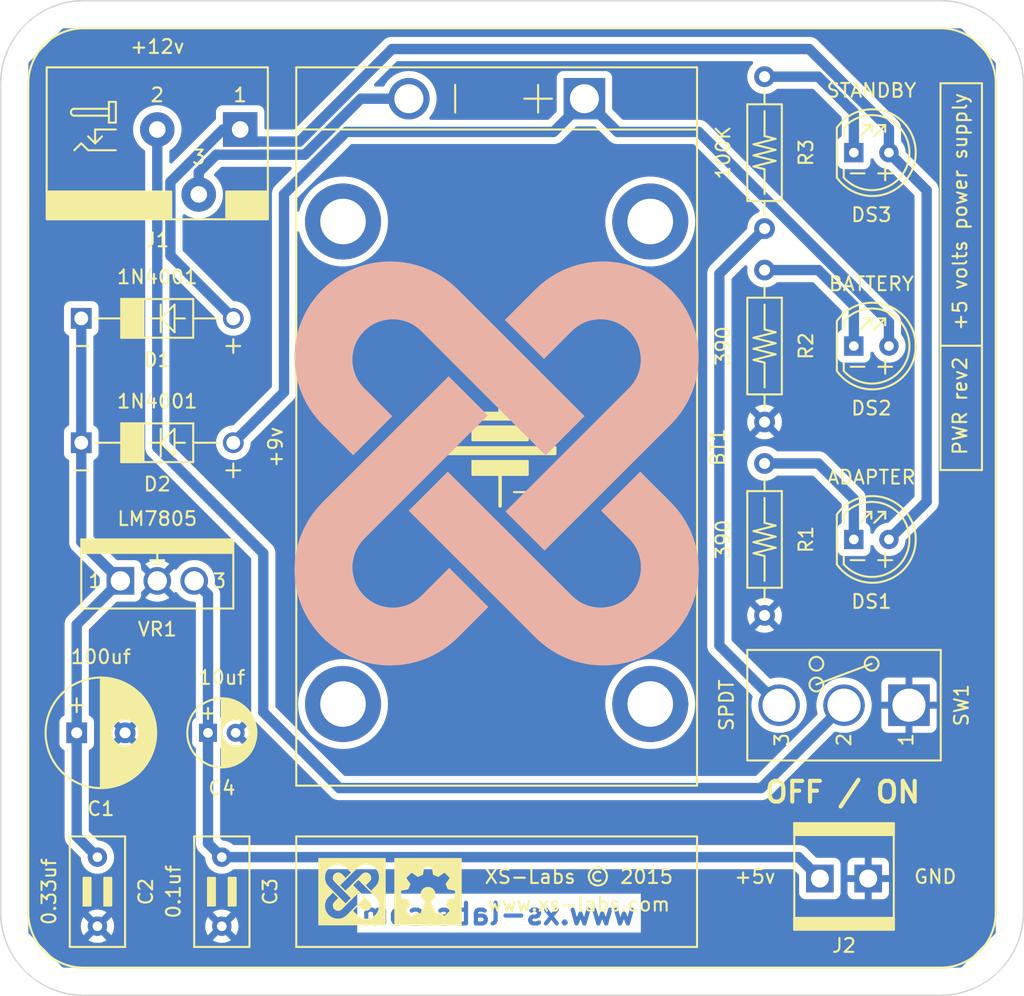
<source format=kicad_pcb>
(kicad_pcb (version 20221018) (generator pcbnew)
  (title_block (title "PWR") (date "2015-10-10") (rev "2") (company "XS-Labs"))
  (layers (0 "F.Cu" signal) (31 "B.Cu" signal) (34 "B.Paste" user) (35 "F.Paste" user) (36 "B.SilkS" user "B.Silkscreen") (37 "F.SilkS" user "F.Silkscreen") (38 "B.Mask" user) (39 "F.Mask" user) (44 "Edge.Cuts" user))
  (net 0 "")
  (net 1 "Net-(BT1-+)")
  (net 2 "Net-(BT1--)")
  (net 3 "Net-(D1-K)")
  (net 4 "GND")
  (net 5 "Net-(J2-Pin_1)")
  (net 6 "Net-(D1-A)")
  (net 7 "Net-(DS1-K)")
  (net 8 "Net-(DS2-K)")
  (net 9 "Net-(DS3-K)")
  (net 10 "Net-(SW1-B)")
  (net 11 "Net-(SW1-C)")
  (footprint "XS:Switch-SPDT-NKK-Series-M" (layer "F.Cu") (at 172.02 120 90)
    (fp_text reference "SW1" (at 0 8.5 90) (layer "F.SilkS"))
    (fp_text value "SPDT" (at 0 -8.5 90) (layer "F.SilkS"))
    (fp_text user "3" (at -2.5 -4.5 90) (layer "F.SilkS"))
    (fp_text user "1" (at -2.5 4.5 90) (layer "F.SilkS"))
    (fp_text user "2" (at -2.5 0 90) (layer "F.SilkS"))
    (pad "1" thru_hole rect (at 0 4.7 90) (size 3 3) (drill oval 2.4) (layers "*.Cu" "*.Mask") (net 4 "GND"))
    (pad "2" thru_hole circle (at 0 0 90) (size 3 3) (drill 2.4) (layers "*.Cu" "*.Mask") (net 10 "Net-(SW1-B)"))
    (pad "3" thru_hole circle (at 0 -4.7 90) (size 3 3) (drill 2.4) (layers "*.Cu" "*.Mask") (net 11 "Net-(SW1-C)"))
  )
  (footprint "XS:Resistor-Ohmite-OD-Series" (layer "F.Cu") (at 166.27 108 -90)
    (fp_text reference "R1" (at 0 -3 -90) (layer "F.SilkS"))
    (fp_text value "390" (at 0 3 -90) (layer "F.SilkS"))
    (pad "1" thru_hole circle (at -5.5 0 270) (size 1.5 1.5) (drill 0.8) (layers "*.Cu" "*.Mask") (net 7 "Net-(DS1-K)"))
    (pad "2" thru_hole circle (at 5.5 0 270) (size 1.5 1.5) (drill 0.8) (layers "*.Cu" "*.Mask") (net 4 "GND"))
  )
  (footprint "XS:Plug-DC-Barrel-Jack-2.1mm-CUI-PJ-102AH" (layer "F.Cu") (at 122.33 78.325)
    (fp_text reference "J1" (at 0 8) (layer "F.SilkS"))
    (fp_text value "+12v" (at 0 -6) (layer "F.SilkS"))
    (fp_text user "2" (at 0 -2.5) (layer "F.SilkS"))
    (fp_text user "1" (at 6 -2.5) (layer "F.SilkS"))
    (fp_text user "3" (at 3 2) (layer "F.SilkS"))
    (pad "1" thru_hole rect (at 6 0) (size 2.5 2.5) (drill 1.2) (layers "*.Cu" "*.Mask") (net 6 "Net-(D1-A)"))
    (pad "2" thru_hole circle (at 0 0) (size 2.5 2.5) (drill 1.2) (layers "*.Cu" "*.Mask") (net 10 "Net-(SW1-B)"))
    (pad "3" thru_hole circle (at 3 4.7) (size 2.5 2.5) (drill 1.2) (layers "*.Cu" "*.Mask") (net 2 "Net-(BT1--)"))
  )
  (footprint "XS:Capacitor-Murata-RCE-K-5mm.step" (layer "F.Cu") (at 118 133.5 90)
    (fp_text reference "C2" (at 0 3.5 90) (layer "F.SilkS"))
    (fp_text value "0.33uf" (at 0 -3.5 90) (layer "F.SilkS"))
    (pad "1" thru_hole circle (at 2.5 0 90) (size 1.4 1.4) (drill 0.7) (layers "*.Cu" "*.Mask") (net 3 "Net-(D1-K)"))
    (pad "2" thru_hole circle (at -2.5 0 90) (size 1.4 1.4) (drill 0.7) (layers "*.Cu" "*.Mask") (net 4 "GND"))
  )
  (footprint "XS:Capacitor-Vishay-515D-8x11.5x3.5mm" (layer "F.Cu") (at 118.25 122)
    (fp_text reference "C1" (at 0 5.5) (layer "F.SilkS"))
    (fp_text value "100uf" (at 0 -5.5) (layer "F.SilkS"))
    (pad "1" thru_hole rect (at -1.75 0) (size 1.5 1.5) (drill 0.8) (layers "*.Cu" "*.Mask") (net 3 "Net-(D1-K)"))
    (pad "2" thru_hole circle (at 1.75 0) (size 1.5 1.5) (drill 0.8) (layers "*.Cu" "*.Mask") (net 4 "GND"))
  )
  (footprint "XS:Resistor-Ohmite-OD-Series" (layer "F.Cu") (at 166.27 94 -90)
    (fp_text reference "R2" (at 0 -3 -90) (layer "F.SilkS"))
    (fp_text value "390" (at 0 3 -90) (layer "F.SilkS"))
    (pad "1" thru_hole circle (at -5.5 0 270) (size 1.5 1.5) (drill 0.8) (layers "*.Cu" "*.Mask") (net 8 "Net-(DS2-K)"))
    (pad "2" thru_hole circle (at 5.5 0 270) (size 1.5 1.5) (drill 0.8) (layers "*.Cu" "*.Mask") (net 4 "GND"))
  )
  (footprint "XS:Logo-OSHW-5x5" (layer "F.Cu") (at 141.919808 133.5)
    (fp_text reference "G***" hide)
    (fp_text value "LOGO" hide)
  )
  (footprint "XS:Logo-XS-5x5" (layer "F.Cu") (at 136.419808 133.5)
    (fp_text reference "G***" hide)
    (fp_text value "LOGO" hide)
  )
  (footprint "XS:Diode-DO-41" (layer "F.Cu") (at 122.33 92)
    (fp_text reference "D1" (at 0 3) (layer "F.SilkS"))
    (fp_text value "1N4001" (at 0 -3) (layer "F.SilkS"))
    (pad "1" thru_hole rect (at -5.5 0) (size 1.5 1.5) (drill 1) (layers "*.Cu" "*.Mask") (net 3 "Net-(D1-K)"))
    (pad "2" thru_hole circle (at 5.5 0) (size 1.5 1.5) (drill 1) (layers "*.Cu" "*.Mask") (net 6 "Net-(D1-A)"))
  )
  (footprint "XS:Capacitor-Murata-RCE-K-5mm.step" (layer "F.Cu") (at 127 133.5 90)
    (fp_text reference "C3" (at 0 3.5 90) (layer "F.SilkS"))
    (fp_text value "0.1uf" (at 0 -3.5 90) (layer "F.SilkS"))
    (pad "1" thru_hole circle (at 2.5 0 90) (size 1.4 1.4) (drill 0.7) (layers "*.Cu" "*.Mask") (net 5 "Net-(J2-Pin_1)"))
    (pad "2" thru_hole circle (at -2.5 0 90) (size 1.4 1.4) (drill 0.7) (layers "*.Cu" "*.Mask") (net 4 "GND"))
  )
  (footprint "XS:Connector-Wurth-Terminal-Block-2P-3.5mm-691214110002" (layer "F.Cu") (at 172.02 132.39825)
    (fp_text reference "J2" (at 0 5) (layer "F.SilkS"))
    (fp_text value "~" hide)
    (pad "1" thru_hole rect (at -1.75 0.15) (size 2 2) (drill 1.3) (layers "*.Cu" "*.Mask") (net 5 "Net-(J2-Pin_1)"))
    (pad "2" thru_hole rect (at 1.75 0.15) (size 2 2) (drill 1.3) (layers "*.Cu" "*.Mask") (net 4 "GND"))
  )
  (footprint "XS:Battery-Keystone-1291-9v-Holder" (layer "F.Cu") (at 146.885 101.325 90)
    (fp_text reference "BT1" (at 0 16 90) (layer "F.SilkS"))
    (fp_text value "+9v" (at 0 -16 90) (layer "F.SilkS"))
    (pad "" np_thru_hole circle (at -18.59 -11.115 90) (size 5.5 5.5) (drill 3.3) (layers "F&B.Cu" "*.Mask"))
    (pad "" np_thru_hole circle (at -18.59 11.115 90) (size 5.5 5.5) (drill 3.3) (layers "F&B.Cu" "*.Mask"))
    (pad "" np_thru_hole circle (at 16.34 -11.115 90) (size 5.5 5.5) (drill 3.3) (layers "F&B.Cu" "*.Mask"))
    (pad "" np_thru_hole circle (at 16.34 11.115 90) (size 5.5 5.5) (drill 3.3) (layers "F&B.Cu" "*.Mask"))
    (pad "1" thru_hole rect (at 25.23 6.35 90) (size 3 3) (drill 2.1) (layers "*.Cu" "*.Mask") (net 1 "Net-(BT1-+)"))
    (pad "2" thru_hole circle (at 25.23 -6.35 90) (size 3 3) (drill 2.1) (layers "*.Cu" "*.Mask") (net 2 "Net-(BT1--)"))
  )
  (footprint "XS:Diode-DO-41" (layer "F.Cu") (at 122.33 101)
    (fp_text reference "D2" (at 0 3) (layer "F.SilkS"))
    (fp_text value "1N4001" (at 0 -3) (layer "F.SilkS"))
    (pad "1" thru_hole rect (at -5.5 0) (size 1.5 1.5) (drill 1) (layers "*.Cu" "*.Mask") (net 3 "Net-(D1-K)"))
    (pad "2" thru_hole circle (at 5.5 0) (size 1.5 1.5) (drill 1) (layers "*.Cu" "*.Mask") (net 1 "Net-(BT1-+)"))
  )
  (footprint "XS:Regulator-Failrchild-LM78XX-TO-220" (layer "F.Cu") (at 122.33 111)
    (fp_text reference "VR1" (at 0 3.5) (layer "F.SilkS"))
    (fp_text value "LM7805" (at 0 -4.5) (layer "F.SilkS"))
    (fp_text user "3" (at 4.5 0) (layer "F.SilkS"))
    (fp_text user "1" (at -4.5 0) (layer "F.SilkS"))
    (pad "1" thru_hole rect (at -2.67 0) (size 2 2) (drill oval 1.4) (layers "*.Cu" "*.Mask") (net 3 "Net-(D1-K)"))
    (pad "2" thru_hole circle (at 0 0) (size 2 2) (drill oval 1.4) (layers "*.Cu" "*.Mask") (net 4 "GND"))
    (pad "3" thru_hole circle (at 2.67 0) (size 2 2) (drill oval 1.4) (layers "*.Cu" "*.Mask") (net 5 "Net-(J2-Pin_1)"))
  )
  (footprint "XS:LED-T1-34-5mm" (layer "F.Cu") (at 174 80)
    (fp_text reference "DS3" (at 0 4.5) (layer "F.SilkS"))
    (fp_text value "STANDBY" (at 0 -4.5) (layer "F.SilkS"))
    (pad "1" thru_hole rect (at -1.27 0) (size 1.4 1.4) (drill 0.7) (layers "*.Cu" "*.Mask") (net 9 "Net-(DS3-K)"))
    (pad "2" thru_hole circle (at 1.27 0) (size 1.4 1.4) (drill 0.7) (layers "*.Cu" "*.Mask") (net 6 "Net-(D1-A)"))
  )
  (footprint "XS:Resistor-Ohmite-OD-Series" (layer "F.Cu") (at 166.27 80 90)
    (fp_text reference "R3" (at 0 3 90) (layer "F.SilkS"))
    (fp_text value "100K" (at 0 -3 90) (layer "F.SilkS"))
    (pad "1" thru_hole circle (at -5.5 0 90) (size 1.5 1.5) (drill 0.8) (layers "*.Cu" "*.Mask") (net 11 "Net-(SW1-C)"))
    (pad "2" thru_hole circle (at 5.5 0 90) (size 1.5 1.5) (drill 0.8) (layers "*.Cu" "*.Mask") (net 9 "Net-(DS3-K)"))
  )
  (footprint "XS:Capacitor-Vishay-515D-5x11x2mm" (layer "F.Cu") (at 127 122)
    (fp_text reference "C4" (at 0 4) (layer "F.SilkS"))
    (fp_text value "10uf" (at 0 -4) (layer "F.SilkS"))
    (pad "1" thru_hole rect (at -1 0) (size 1.3 1.3) (drill 0.7) (layers "*.Cu" "*.Mask") (net 5 "Net-(J2-Pin_1)"))
    (pad "2" thru_hole circle (at 1 0) (size 1.3 1.3) (drill 0.7) (layers "*.Cu" "*.Mask") (net 4 "GND"))
  )
  (footprint "XS:LED-T1-34-5mm" (layer "F.Cu") (at 174 94)
    (fp_text reference "DS2" (at 0 4.5) (layer "F.SilkS"))
    (fp_text value "BATTERY" (at 0 -4.5) (layer "F.SilkS"))
    (pad "1" thru_hole rect (at -1.27 0) (size 1.4 1.4) (drill 0.7) (layers "*.Cu" "*.Mask") (net 8 "Net-(DS2-K)"))
    (pad "2" thru_hole circle (at 1.27 0) (size 1.4 1.4) (drill 0.7) (layers "*.Cu" "*.Mask") (net 1 "Net-(BT1-+)"))
  )
  (footprint "XS:LED-T1-34-5mm" (layer "F.Cu") (at 174 108)
    (fp_text reference "DS1" (at 0 4.5) (layer "F.SilkS"))
    (fp_text value "ADAPTER" (at 0 -4.5) (layer "F.SilkS"))
    (pad "1" thru_hole rect (at -1.27 0) (size 1.4 1.4) (drill 0.7) (layers "*.Cu" "*.Mask") (net 7 "Net-(DS1-K)"))
    (pad "2" thru_hole circle (at 1.27 0) (size 1.4 1.4) (drill 0.7) (layers "*.Cu" "*.Mask") (net 6 "Net-(D1-A)"))
  )
  (footprint "XS:Logo-XS-30x30" (layer "B.Cu") (at 146.885 102.5 180)
    (fp_text reference "G***" hide)
    (fp_text value "LOGO" hide)
  )
  (gr_line (start 182 93.97675) (end 182 102.97675) (stroke (width 0.15)) (layer "F.SilkS"))
  (gr_line (start 132.385 137.5) (end 161.385 137.5) (stroke (width 0.15)) (layer "F.SilkS"))
  (gr_line (start 182 102.97675) (end 179 102.97675) (stroke (width 0.15)) (layer "F.SilkS"))
  (gr_line (start 179 93.97675) (end 182 93.97675) (stroke (width 0.15)) (layer "F.SilkS"))
  (gr_line (start 132.385 129.5) (end 132.385 137.5) (stroke (width 0.15)) (layer "F.SilkS"))
  (gr_line (start 179 102.97675) (end 179 93.97675) (stroke (width 0.15)) (layer "F.SilkS"))
  (gr_arc (start 113 75) (mid 114.171573 72.171573) (end 117 71) (stroke (width 0.15)) (layer "F.SilkS"))
  (gr_line (start 183 75) (end 183 135) (stroke (width 0.15)) (layer "F.SilkS"))
  (gr_arc (start 183 135) (mid 181.828427 137.828427) (end 179 139) (stroke (width 0.15)) (layer "F.SilkS"))
  (gr_line (start 182 74.97675) (end 179 74.97675) (stroke (width 0.15)) (layer "F.SilkS"))
  (gr_line (start 161.385 129.5) (end 132.385 129.5) (stroke (width 0.15)) (layer "F.SilkS"))
  (gr_line (start 182 93.97675) (end 182 74.97675) (stroke (width 0.15)) (layer "F.SilkS"))
  (gr_line (start 179 74.97675) (end 179 93.97675) (stroke (width 0.15)) (layer "F.SilkS"))
  (gr_line (start 117 71) (end 179 71) (stroke (width 0.15)) (layer "F.SilkS"))
  (gr_line (start 113 135) (end 113 75) (stroke (width 0.15)) (layer "F.SilkS"))
  (gr_arc (start 179 71) (mid 181.828427 72.171573) (end 183 75) (stroke (width 0.15)) (layer "F.SilkS"))
  (gr_arc (start 117 139) (mid 114.171573 137.828427) (end 113 135) (stroke (width 0.15)) (layer "F.SilkS"))
  (gr_line (start 117 139) (end 179 139) (stroke (width 0.15)) (layer "F.SilkS"))
  (gr_line (start 161.385 137.5) (end 161.385 129.5) (stroke (width 0.15)) (layer "F.SilkS"))
  (gr_line (start 117 141) (end 179 141) (stroke (width 0.1)) (layer "Edge.Cuts"))
  (gr_arc (start 117 141) (mid 112.757358 139.242642) (end 111 135) (stroke (width 0.1)) (layer "Edge.Cuts"))
  (gr_arc (start 185 135) (mid 183.242642 139.242642) (end 179 141) (stroke (width 0.1)) (layer "Edge.Cuts"))
  (gr_arc (start 179 69) (mid 183.242642 70.757358) (end 185 75) (stroke (width 0.1)) (layer "Edge.Cuts"))
  (gr_line (start 185 75) (end 185 135) (stroke (width 0.1)) (layer "Edge.Cuts"))
  (gr_arc (start 111 75) (mid 112.757358 70.757358) (end 117 69) (stroke (width 0.1)) (layer "Edge.Cuts"))
  (gr_line (start 111 75) (end 111 135) (stroke (width 0.1)) (layer "Edge.Cuts"))
  (gr_line (start 179 69) (end 117 69) (stroke (width 0.1)) (layer "Edge.Cuts"))
  (gr_text "www.xs-labs.com" (at 157.077859 136) (layer "B.Cu") (effects (font (size 1.5 1.5) (thickness 0.3) bold) (justify left bottom mirror)))
  (gr_text "www.xs-labs.com" (at 146.134094 135) (layer "F.SilkS") (effects (font (size 1 1)) (justify left bottom)))
  (gr_text "PWR rev2" (at 181 101.97675 90) (layer "F.SilkS") (effects (font (size 1 1)) (justify left bottom)))
  (gr_text "+5v" (at 164 133) (layer "F.SilkS") (effects (font (size 1 1)) (justify left bottom)))
  (gr_text "GND" (at 177 133) (layer "F.SilkS") (effects (font (size 1 1)) (justify left bottom)))
  (gr_text "+5 volts power supply" (at 181 92.97675 90) (layer "F.SilkS") (effects (font (size 1 1)) (justify left bottom)))
  (gr_text "XS-Labs © 2015" (at 145.919808 133) (layer "F.SilkS") (effects (font (size 1 1)) (justify left bottom)))
  (gr_text "OFF / ON" (at 166.148571 127.175) (layer "F.SilkS") (effects (font (size 1.5 1.5) (thickness 0.3) bold) (justify left bottom)))
  (segment (start 153.235 76.265) (end 153.235 76.095) (width 0.75) (layer "B.Cu") (net 1))
  (segment (start 136 78.5) (end 151 78.5) (width 0.75) (layer "B.Cu") (net 1))
  (segment (start 155.64 78.5) (end 153.235 76.095) (width 0.75) (layer "B.Cu") (net 1))
  (segment (start 161.5 78.5) (end 155.64 78.5) (width 0.75) (layer "B.Cu") (net 1))
  (segment (start 151 78.5) (end 153.235 76.265) (width 0.75) (layer "B.Cu") (net 1))
  (segment (start 127.83 101) (end 131.5 97.33) (width 0.75) (layer "B.Cu") (net 1))
  (segment (start 131.5 97.33) (end 131.5 83) (width 0.75) (layer "B.Cu") (net 1))
  (segment (start 175.27 92.27) (end 161.5 78.5) (width 0.75) (layer "B.Cu") (net 1))
  (segment (start 131.5 83) (end 136 78.5) (width 0.75) (layer "B.Cu") (net 1))
  (segment (start 175.27 94) (end 175.27 92.27) (width 0.75) (layer "B.Cu") (net 1))
  (segment (start 125.33 81.418502) (end 126.598502 80.15) (width 0.75) (layer "B.Cu") (net 2))
  (segment (start 133.006499 80.15) (end 137.061498 76.095) (width 0.75) (layer "B.Cu") (net 2))
  (segment (start 125.33 83.025) (end 125.33 81.418502) (width 0.75) (layer "B.Cu") (net 2))
  (segment (start 137.061498 76.095) (end 140.535 76.095) (width 0.75) (layer "B.Cu") (net 2))
  (segment (start 126.598502 80.15) (end 133.006499 80.15) (width 0.75) (layer "B.Cu") (net 2))
  (segment (start 116.83 101) (end 116.83 108.17) (width 0.75) (layer "B.Cu") (net 3))
  (segment (start 116.5 114.16) (end 119.66 111) (width 0.75) (layer "B.Cu") (net 3))
  (segment (start 116.5 129.5) (end 116.5 122) (width 0.75) (layer "B.Cu") (net 3))
  (segment (start 118 131) (end 116.5 129.5) (width 0.75) (layer "B.Cu") (net 3))
  (segment (start 116.83 108.17) (end 119.66 111) (width 0.75) (layer "B.Cu") (net 3))
  (segment (start 116.5 122) (end 116.5 114.16) (width 0.75) (layer "B.Cu") (net 3))
  (segment (start 116.83 101) (end 116.83 92) (width 0.75) (layer "B.Cu") (net 3))
  (segment (start 127 131) (end 168.72175 131) (width 0.75) (layer "B.Cu") (net 5))
  (segment (start 126 130) (end 126 122) (width 0.75) (layer "B.Cu") (net 5))
  (segment (start 126 112) (end 125 111) (width 0.75) (layer "B.Cu") (net 5))
  (segment (start 168.72175 131) (end 170.27 132.54825) (width 0.75) (layer "B.Cu") (net 5))
  (segment (start 127 131) (end 126 130) (width 0.75) (layer "B.Cu") (net 5))
  (segment (start 126 122) (end 126 112) (width 0.75) (layer "B.Cu") (net 5))
  (segment (start 132.612996 79.2) (end 129.205 79.2) (width 0.75) (layer "B.Cu") (net 6))
  (segment (start 123.28 87.45) (end 127.83 92) (width 0.75) (layer "B.Cu") (net 6))
  (segment (start 175.27 108) (end 178 105.27) (width 0.75) (layer "B.Cu") (net 6))
  (segment (start 129.205 79.2) (end 128.33 78.325) (width 0.75) (layer "B.Cu") (net 6))
  (segment (start 175.27 80) (end 175.27 78.27) (width 0.75) (layer "B.Cu") (net 6))
  (segment (start 178 82.73) (end 175.27 80) (width 0.75) (layer "B.Cu") (net 6))
  (segment (start 175.27 78.27) (end 169.5 72.5) (width 0.75) (layer "B.Cu") (net 6))
  (segment (start 127.08 78.325) (end 123.28 82.125) (width 0.75) (layer "B.Cu") (net 6))
  (segment (start 178 105.27) (end 178 82.73) (width 0.75) (layer "B.Cu") (net 6))
  (segment (start 139.312996 72.5) (end 132.612996 79.2) (width 0.75) (layer "B.Cu") (net 6))
  (segment (start 128.33 78.325) (end 127.08 78.325) (width 0.75) (layer "B.Cu") (net 6))
  (segment (start 169.5 72.5) (end 139.312996 72.5) (width 0.75) (layer "B.Cu") (net 6))
  (segment (start 123.28 82.125) (end 123.28 87.45) (width 0.75) (layer "B.Cu") (net 6))
  (segment (start 172.73 105.073502) (end 170.156498 102.5) (width 0.75) (layer "B.Cu") (net 7))
  (segment (start 172.73 108) (end 172.73 105.073502) (width 0.75) (layer "B.Cu") (net 7))
  (segment (start 170.156498 102.5) (end 166.27 102.5) (width 0.75) (layer "B.Cu") (net 7))
  (segment (start 170.156498 88.5) (end 166.27 88.5) (width 0.75) (layer "B.Cu") (net 8))
  (segment (start 172.73 91.073502) (end 170.156498 88.5) (width 0.75) (layer "B.Cu") (net 8))
  (segment (start 172.73 94) (end 172.73 91.073502) (width 0.75) (layer "B.Cu") (net 8))
  (segment (start 172.73 77.073502) (end 170.156498 74.5) (width 0.75) (layer "B.Cu") (net 9))
  (segment (start 170.156498 74.5) (end 166.27 74.5) (width 0.75) (layer "B.Cu") (net 9))
  (segment (start 172.73 80) (end 172.73 77.073502) (width 0.75) (layer "B.Cu") (net 9))
  (segment (start 130 120.5) (end 130 109) (width 0.75) (layer "B.Cu") (net 10))
  (segment (start 122.33 101.33) (end 122.33 78.325) (width 0.75) (layer "B.Cu") (net 10))
  (segment (start 135.5 126) (end 130 120.5) (width 0.75) (layer "B.Cu") (net 10))
  (segment (start 172.02 120) (end 166.02 126) (width 0.75) (layer "B.Cu") (net 10))
  (segment (start 166.02 126) (end 135.5 126) (width 0.75) (layer "B.Cu") (net 10))
  (segment (start 130 109) (end 122.33 101.33) (width 0.75) (layer "B.Cu") (net 10))
  (segment (start 163 88.77) (end 166.27 85.5) (width 0.75) (layer "B.Cu") (net 11))
  (segment (start 167.32 120) (end 163 115.68) (width 0.75) (layer "B.Cu") (net 11))
  (segment (start 163 115.68) (end 163 88.77) (width 0.75) (layer "B.Cu") (net 11))
  (zone (net 4) (net_name "GND") (layer "B.Cu") (connect_pads (clearance 0.5)) (min_thickness 0.25) (fill yes (thermal_gap 0.5) (thermal_bridge_width 0.5))
    (polygon (pts (xy 115.5 71) (xy 113 73.5) (xy 113 136.5) (xy 115.5 139) (xy 180.5 139) (xy 183 136.5) (xy 183 73.5) (xy 180.5 71)))
  )
)
</source>
